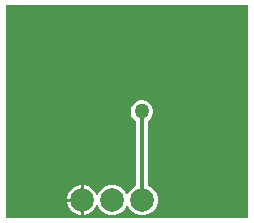
<source format=gbr>
G04*
G04 #@! TF.GenerationSoftware,Altium Limited,Altium Designer,24.1.2 (44)*
G04*
G04 Layer_Physical_Order=2*
G04 Layer_Color=16711680*
%FSLAX25Y25*%
%MOIN*%
G70*
G04*
G04 #@! TF.SameCoordinates,C47F8A19-97F9-4067-9C4D-816D2AB984C8*
G04*
G04*
G04 #@! TF.FilePolarity,Positive*
G04*
G01*
G75*
%ADD13C,0.01000*%
%ADD20C,0.01394*%
%ADD21C,0.07874*%
%ADD22C,0.05000*%
G36*
X84612Y3971D02*
X3971D01*
Y74769D01*
X84612D01*
Y3971D01*
D02*
G37*
%LPC*%
G36*
X49700Y43070D02*
X48726D01*
X47784Y42818D01*
X46941Y42331D01*
X46252Y41642D01*
X45765Y40798D01*
X45513Y39857D01*
Y38883D01*
X45765Y37942D01*
X46252Y37098D01*
X46941Y36409D01*
X47357Y36169D01*
Y14612D01*
X46216Y13953D01*
X45259Y12997D01*
X44646Y11934D01*
X44410Y11881D01*
X44330D01*
X44094Y11934D01*
X43481Y12997D01*
X42524Y13953D01*
X41353Y14629D01*
X40046Y14979D01*
X38694D01*
X37387Y14629D01*
X36216Y13953D01*
X35259Y12997D01*
X34583Y11825D01*
X34517Y11577D01*
X34017D01*
X33971Y11748D01*
X33321Y12874D01*
X32401Y13793D01*
X31276Y14443D01*
X30020Y14780D01*
X29870D01*
Y9843D01*
Y4905D01*
X30020D01*
X31276Y5242D01*
X32401Y5892D01*
X33321Y6811D01*
X33971Y7937D01*
X34017Y8108D01*
X34517D01*
X34583Y7860D01*
X35259Y6688D01*
X36216Y5732D01*
X37387Y5056D01*
X38694Y4705D01*
X40046D01*
X41353Y5056D01*
X42524Y5732D01*
X43481Y6688D01*
X44094Y7751D01*
X44330Y7804D01*
X44410D01*
X44646Y7751D01*
X45259Y6688D01*
X46216Y5732D01*
X47387Y5056D01*
X48694Y4705D01*
X50046D01*
X51353Y5056D01*
X52524Y5732D01*
X53481Y6688D01*
X54157Y7860D01*
X54507Y9166D01*
Y10519D01*
X54157Y11825D01*
X53481Y12997D01*
X52524Y13953D01*
X51353Y14629D01*
X51225Y14664D01*
Y36260D01*
X51485Y36409D01*
X52173Y37098D01*
X52661Y37942D01*
X52913Y38883D01*
Y39857D01*
X52661Y40798D01*
X52173Y41642D01*
X51485Y42331D01*
X50641Y42818D01*
X49700Y43070D01*
D02*
G37*
G36*
X28870Y14780D02*
X28720D01*
X27465Y14443D01*
X26339Y13793D01*
X25420Y12874D01*
X24769Y11748D01*
X24433Y10492D01*
Y10343D01*
X28870D01*
Y14780D01*
D02*
G37*
G36*
Y9342D02*
X24433D01*
Y9193D01*
X24769Y7937D01*
X25420Y6811D01*
X26339Y5892D01*
X27465Y5242D01*
X28720Y4905D01*
X28870D01*
Y9342D01*
D02*
G37*
%LPD*%
D13*
X49213Y39370D02*
X49291Y39291D01*
Y9921D02*
X49370Y9843D01*
D20*
X49291Y9921D02*
Y39291D01*
D21*
X39370Y9843D02*
D03*
X29370D02*
D03*
X49370D02*
D03*
D22*
X9843Y14443D02*
D03*
X59055Y12997D02*
D03*
Y59055D02*
D03*
X9843D02*
D03*
X49213Y39370D02*
D03*
M02*

</source>
